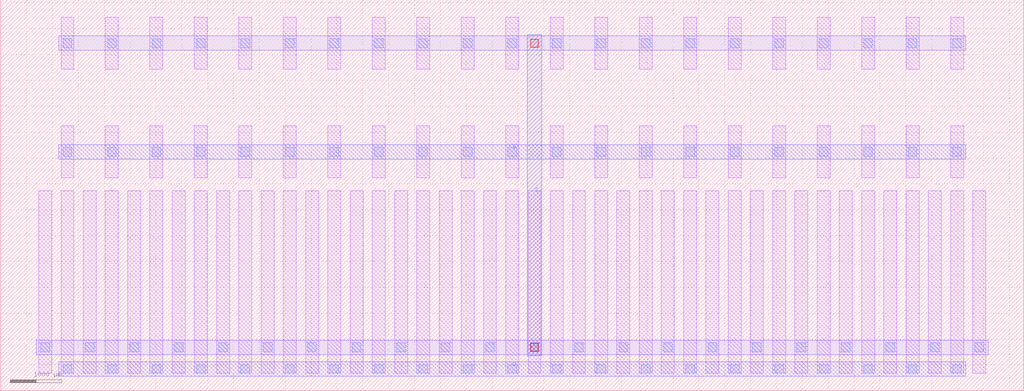
<source format=lef>
MACRO PMOS_S_7793777_X21_Y1
  UNITS 
    DATABASE MICRONS UNITS 1000;
  END UNITS 
  ORIGIN 0 0 ;
  FOREIGN PMOS_S_7793777_X21_Y1 0 0 ;
  SIZE 19780 BY 7560 ;
  PIN D
    DIRECTION INOUT ;
    USE SIGNAL ;
    PORT
      LAYER M2 ;
        RECT 1120 280 18660 560 ;
    END
  END D
  PIN G
    DIRECTION INOUT ;
    USE SIGNAL ;
    PORT
      LAYER M2 ;
        RECT 1120 4480 18660 4760 ;
    END
  END G
  PIN S
    DIRECTION INOUT ;
    USE SIGNAL ;
    PORT
      LAYER M3 ;
        RECT 10180 680 10460 6880 ;
    END
  END S
  OBS
    LAYER M1 ;
      RECT 1165 335 1415 3865 ;
    LAYER M1 ;
      RECT 1165 4115 1415 5125 ;
    LAYER M1 ;
      RECT 1165 6215 1415 7225 ;
    LAYER M1 ;
      RECT 735 335 985 3865 ;
    LAYER M1 ;
      RECT 1595 335 1845 3865 ;
    LAYER M1 ;
      RECT 2025 335 2275 3865 ;
    LAYER M1 ;
      RECT 2025 4115 2275 5125 ;
    LAYER M1 ;
      RECT 2025 6215 2275 7225 ;
    LAYER M1 ;
      RECT 2455 335 2705 3865 ;
    LAYER M1 ;
      RECT 2885 335 3135 3865 ;
    LAYER M1 ;
      RECT 2885 4115 3135 5125 ;
    LAYER M1 ;
      RECT 2885 6215 3135 7225 ;
    LAYER M1 ;
      RECT 3315 335 3565 3865 ;
    LAYER M1 ;
      RECT 3745 335 3995 3865 ;
    LAYER M1 ;
      RECT 3745 4115 3995 5125 ;
    LAYER M1 ;
      RECT 3745 6215 3995 7225 ;
    LAYER M1 ;
      RECT 4175 335 4425 3865 ;
    LAYER M1 ;
      RECT 4605 335 4855 3865 ;
    LAYER M1 ;
      RECT 4605 4115 4855 5125 ;
    LAYER M1 ;
      RECT 4605 6215 4855 7225 ;
    LAYER M1 ;
      RECT 5035 335 5285 3865 ;
    LAYER M1 ;
      RECT 5465 335 5715 3865 ;
    LAYER M1 ;
      RECT 5465 4115 5715 5125 ;
    LAYER M1 ;
      RECT 5465 6215 5715 7225 ;
    LAYER M1 ;
      RECT 5895 335 6145 3865 ;
    LAYER M1 ;
      RECT 6325 335 6575 3865 ;
    LAYER M1 ;
      RECT 6325 4115 6575 5125 ;
    LAYER M1 ;
      RECT 6325 6215 6575 7225 ;
    LAYER M1 ;
      RECT 6755 335 7005 3865 ;
    LAYER M1 ;
      RECT 7185 335 7435 3865 ;
    LAYER M1 ;
      RECT 7185 4115 7435 5125 ;
    LAYER M1 ;
      RECT 7185 6215 7435 7225 ;
    LAYER M1 ;
      RECT 7615 335 7865 3865 ;
    LAYER M1 ;
      RECT 8045 335 8295 3865 ;
    LAYER M1 ;
      RECT 8045 4115 8295 5125 ;
    LAYER M1 ;
      RECT 8045 6215 8295 7225 ;
    LAYER M1 ;
      RECT 8475 335 8725 3865 ;
    LAYER M1 ;
      RECT 8905 335 9155 3865 ;
    LAYER M1 ;
      RECT 8905 4115 9155 5125 ;
    LAYER M1 ;
      RECT 8905 6215 9155 7225 ;
    LAYER M1 ;
      RECT 9335 335 9585 3865 ;
    LAYER M1 ;
      RECT 9765 335 10015 3865 ;
    LAYER M1 ;
      RECT 9765 4115 10015 5125 ;
    LAYER M1 ;
      RECT 9765 6215 10015 7225 ;
    LAYER M1 ;
      RECT 10195 335 10445 3865 ;
    LAYER M1 ;
      RECT 10625 335 10875 3865 ;
    LAYER M1 ;
      RECT 10625 4115 10875 5125 ;
    LAYER M1 ;
      RECT 10625 6215 10875 7225 ;
    LAYER M1 ;
      RECT 11055 335 11305 3865 ;
    LAYER M1 ;
      RECT 11485 335 11735 3865 ;
    LAYER M1 ;
      RECT 11485 4115 11735 5125 ;
    LAYER M1 ;
      RECT 11485 6215 11735 7225 ;
    LAYER M1 ;
      RECT 11915 335 12165 3865 ;
    LAYER M1 ;
      RECT 12345 335 12595 3865 ;
    LAYER M1 ;
      RECT 12345 4115 12595 5125 ;
    LAYER M1 ;
      RECT 12345 6215 12595 7225 ;
    LAYER M1 ;
      RECT 12775 335 13025 3865 ;
    LAYER M1 ;
      RECT 13205 335 13455 3865 ;
    LAYER M1 ;
      RECT 13205 4115 13455 5125 ;
    LAYER M1 ;
      RECT 13205 6215 13455 7225 ;
    LAYER M1 ;
      RECT 13635 335 13885 3865 ;
    LAYER M1 ;
      RECT 14065 335 14315 3865 ;
    LAYER M1 ;
      RECT 14065 4115 14315 5125 ;
    LAYER M1 ;
      RECT 14065 6215 14315 7225 ;
    LAYER M1 ;
      RECT 14495 335 14745 3865 ;
    LAYER M1 ;
      RECT 14925 335 15175 3865 ;
    LAYER M1 ;
      RECT 14925 4115 15175 5125 ;
    LAYER M1 ;
      RECT 14925 6215 15175 7225 ;
    LAYER M1 ;
      RECT 15355 335 15605 3865 ;
    LAYER M1 ;
      RECT 15785 335 16035 3865 ;
    LAYER M1 ;
      RECT 15785 4115 16035 5125 ;
    LAYER M1 ;
      RECT 15785 6215 16035 7225 ;
    LAYER M1 ;
      RECT 16215 335 16465 3865 ;
    LAYER M1 ;
      RECT 16645 335 16895 3865 ;
    LAYER M1 ;
      RECT 16645 4115 16895 5125 ;
    LAYER M1 ;
      RECT 16645 6215 16895 7225 ;
    LAYER M1 ;
      RECT 17075 335 17325 3865 ;
    LAYER M1 ;
      RECT 17505 335 17755 3865 ;
    LAYER M1 ;
      RECT 17505 4115 17755 5125 ;
    LAYER M1 ;
      RECT 17505 6215 17755 7225 ;
    LAYER M1 ;
      RECT 17935 335 18185 3865 ;
    LAYER M1 ;
      RECT 18365 335 18615 3865 ;
    LAYER M1 ;
      RECT 18365 4115 18615 5125 ;
    LAYER M1 ;
      RECT 18365 6215 18615 7225 ;
    LAYER M1 ;
      RECT 18795 335 19045 3865 ;
    LAYER M2 ;
      RECT 1120 6580 18660 6860 ;
    LAYER M2 ;
      RECT 690 700 19090 980 ;
    LAYER V1 ;
      RECT 1205 335 1375 505 ;
    LAYER V1 ;
      RECT 1205 4535 1375 4705 ;
    LAYER V1 ;
      RECT 1205 6635 1375 6805 ;
    LAYER V1 ;
      RECT 2065 335 2235 505 ;
    LAYER V1 ;
      RECT 2065 4535 2235 4705 ;
    LAYER V1 ;
      RECT 2065 6635 2235 6805 ;
    LAYER V1 ;
      RECT 2925 335 3095 505 ;
    LAYER V1 ;
      RECT 2925 4535 3095 4705 ;
    LAYER V1 ;
      RECT 2925 6635 3095 6805 ;
    LAYER V1 ;
      RECT 3785 335 3955 505 ;
    LAYER V1 ;
      RECT 3785 4535 3955 4705 ;
    LAYER V1 ;
      RECT 3785 6635 3955 6805 ;
    LAYER V1 ;
      RECT 4645 335 4815 505 ;
    LAYER V1 ;
      RECT 4645 4535 4815 4705 ;
    LAYER V1 ;
      RECT 4645 6635 4815 6805 ;
    LAYER V1 ;
      RECT 5505 335 5675 505 ;
    LAYER V1 ;
      RECT 5505 4535 5675 4705 ;
    LAYER V1 ;
      RECT 5505 6635 5675 6805 ;
    LAYER V1 ;
      RECT 6365 335 6535 505 ;
    LAYER V1 ;
      RECT 6365 4535 6535 4705 ;
    LAYER V1 ;
      RECT 6365 6635 6535 6805 ;
    LAYER V1 ;
      RECT 7225 335 7395 505 ;
    LAYER V1 ;
      RECT 7225 4535 7395 4705 ;
    LAYER V1 ;
      RECT 7225 6635 7395 6805 ;
    LAYER V1 ;
      RECT 8085 335 8255 505 ;
    LAYER V1 ;
      RECT 8085 4535 8255 4705 ;
    LAYER V1 ;
      RECT 8085 6635 8255 6805 ;
    LAYER V1 ;
      RECT 8945 335 9115 505 ;
    LAYER V1 ;
      RECT 8945 4535 9115 4705 ;
    LAYER V1 ;
      RECT 8945 6635 9115 6805 ;
    LAYER V1 ;
      RECT 9805 335 9975 505 ;
    LAYER V1 ;
      RECT 9805 4535 9975 4705 ;
    LAYER V1 ;
      RECT 9805 6635 9975 6805 ;
    LAYER V1 ;
      RECT 10665 335 10835 505 ;
    LAYER V1 ;
      RECT 10665 4535 10835 4705 ;
    LAYER V1 ;
      RECT 10665 6635 10835 6805 ;
    LAYER V1 ;
      RECT 11525 335 11695 505 ;
    LAYER V1 ;
      RECT 11525 4535 11695 4705 ;
    LAYER V1 ;
      RECT 11525 6635 11695 6805 ;
    LAYER V1 ;
      RECT 12385 335 12555 505 ;
    LAYER V1 ;
      RECT 12385 4535 12555 4705 ;
    LAYER V1 ;
      RECT 12385 6635 12555 6805 ;
    LAYER V1 ;
      RECT 13245 335 13415 505 ;
    LAYER V1 ;
      RECT 13245 4535 13415 4705 ;
    LAYER V1 ;
      RECT 13245 6635 13415 6805 ;
    LAYER V1 ;
      RECT 14105 335 14275 505 ;
    LAYER V1 ;
      RECT 14105 4535 14275 4705 ;
    LAYER V1 ;
      RECT 14105 6635 14275 6805 ;
    LAYER V1 ;
      RECT 14965 335 15135 505 ;
    LAYER V1 ;
      RECT 14965 4535 15135 4705 ;
    LAYER V1 ;
      RECT 14965 6635 15135 6805 ;
    LAYER V1 ;
      RECT 15825 335 15995 505 ;
    LAYER V1 ;
      RECT 15825 4535 15995 4705 ;
    LAYER V1 ;
      RECT 15825 6635 15995 6805 ;
    LAYER V1 ;
      RECT 16685 335 16855 505 ;
    LAYER V1 ;
      RECT 16685 4535 16855 4705 ;
    LAYER V1 ;
      RECT 16685 6635 16855 6805 ;
    LAYER V1 ;
      RECT 17545 335 17715 505 ;
    LAYER V1 ;
      RECT 17545 4535 17715 4705 ;
    LAYER V1 ;
      RECT 17545 6635 17715 6805 ;
    LAYER V1 ;
      RECT 18405 335 18575 505 ;
    LAYER V1 ;
      RECT 18405 4535 18575 4705 ;
    LAYER V1 ;
      RECT 18405 6635 18575 6805 ;
    LAYER V1 ;
      RECT 775 755 945 925 ;
    LAYER V1 ;
      RECT 1635 755 1805 925 ;
    LAYER V1 ;
      RECT 2495 755 2665 925 ;
    LAYER V1 ;
      RECT 3355 755 3525 925 ;
    LAYER V1 ;
      RECT 4215 755 4385 925 ;
    LAYER V1 ;
      RECT 5075 755 5245 925 ;
    LAYER V1 ;
      RECT 5935 755 6105 925 ;
    LAYER V1 ;
      RECT 6795 755 6965 925 ;
    LAYER V1 ;
      RECT 7655 755 7825 925 ;
    LAYER V1 ;
      RECT 8515 755 8685 925 ;
    LAYER V1 ;
      RECT 9375 755 9545 925 ;
    LAYER V1 ;
      RECT 10235 755 10405 925 ;
    LAYER V1 ;
      RECT 11095 755 11265 925 ;
    LAYER V1 ;
      RECT 11955 755 12125 925 ;
    LAYER V1 ;
      RECT 12815 755 12985 925 ;
    LAYER V1 ;
      RECT 13675 755 13845 925 ;
    LAYER V1 ;
      RECT 14535 755 14705 925 ;
    LAYER V1 ;
      RECT 15395 755 15565 925 ;
    LAYER V1 ;
      RECT 16255 755 16425 925 ;
    LAYER V1 ;
      RECT 17115 755 17285 925 ;
    LAYER V1 ;
      RECT 17975 755 18145 925 ;
    LAYER V1 ;
      RECT 18835 755 19005 925 ;
    LAYER V2 ;
      RECT 10245 765 10395 915 ;
    LAYER V2 ;
      RECT 10245 6645 10395 6795 ;
  END
END PMOS_S_7793777_X21_Y1

</source>
